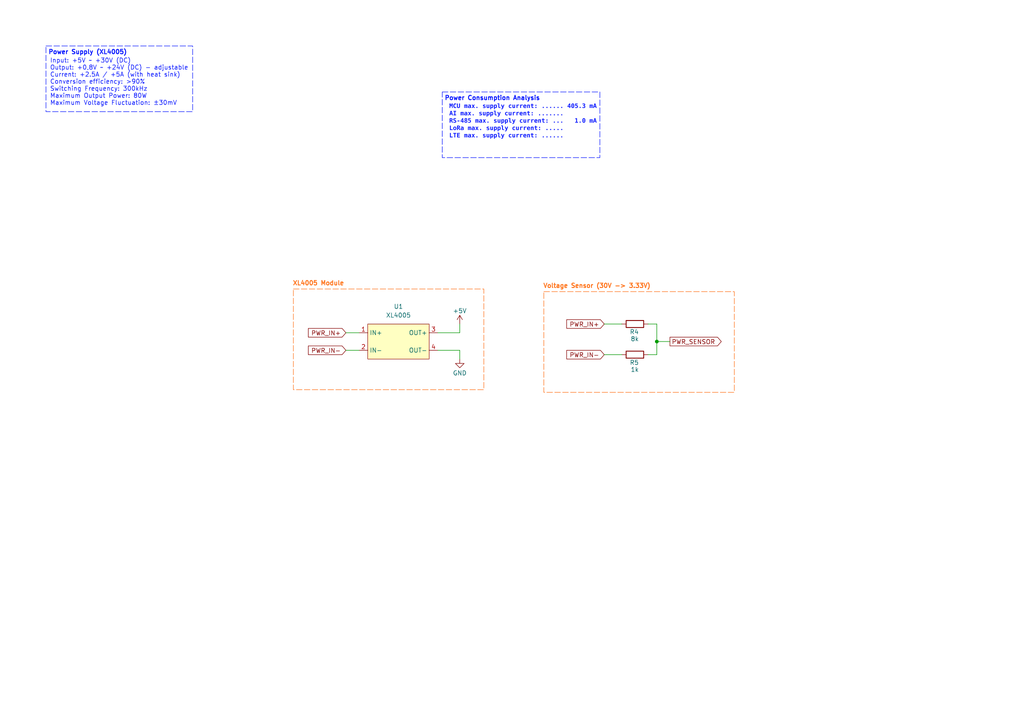
<source format=kicad_sch>
(kicad_sch (version 20250114) (generator "eeschema") (generator_version "9.0")
  (paper "A4")
  (title_block (title "ATL-100 (Multiparametric Station)") (date "2025-06-01") (rev "v0.2.0") (company "AgroTechLab (Agribusiness Technology Development Laboratory)") (comment 1 "IFSC (Federal Institute of Santa Catarina)") (comment 2 "Author: Robson Costa (robson.costa@ifsc.edu.br)") (comment 3 "Licensed under CC-BY-SA 4.0") (comment 4 "Power Supply (XL4005)"))
  (lib_symbols
    (symbol "AgroTechLab:XL4005"
      (property "Reference" "U" (at -8.382 6.096 0))
      (property "Value" "XL4005" (at 5.588 6.096 0))
      (symbol "XL4005_1_1"
        (rectangle (start -8.89 5.08) (end 8.89 -5.08) (fill (type background)))
        (pin power_in line (at -11.43 2.54 0) (length 2.54) (name "IN+") (number "1"))
        (pin power_in line (at -11.43 -2.54 0) (length 2.54) (name "IN-") (number "2"))
        (pin power_out line (at 11.43 2.54 180) (length 2.54) (name "OUT+") (number "3"))
        (pin power_out line (at 11.43 -2.54 180) (length 2.54) (name "OUT-") (number "4"))
      )
    )
    (symbol "Device:R" (pin_numbers (hide yes)) (pin_names (offset 0))
      (property "Reference" "R" (at 2.032 0 90))
      (property "Value" "R" (at 0 0 90))
      (symbol "R_0_1"
        (rectangle (start -1.016 -2.54) (end 1.016 2.54) (stroke (width 0.254)))
      )
      (symbol "R_1_1"
        (pin passive line (at 0 3.81 270) (length 1.27) (name "~") (number "1"))
        (pin passive line (at 0 -3.81 90) (length 1.27) (name "~") (number "2"))
      )
    )
    (symbol "power:+5V" (power) (pin_numbers (hide yes)) (pin_names (offset 0) (hide yes))
      (property "Value" "+5V" (at 0 3.556 0))
      (symbol "+5V_0_1"
        (polyline (pts (xy -0.762 1.27) (xy 0 2.54)))
        (polyline (pts (xy 0 2.54) (xy 0.762 1.27)))
        (polyline (pts (xy 0 0) (xy 0 2.54)))
      )
      (symbol "+5V_1_1"
        (pin power_in line (at 0 0 90) (length 0) (name "~") (number "1"))
      )
    )
    (symbol "power:GND" (power) (pin_numbers (hide yes)) (pin_names (offset 0) (hide yes))
      (property "Value" "GND" (at 0 -3.81 0))
      (symbol "GND_0_1"
        (polyline (pts (xy 0 0) (xy 0 -1.27) (xy 1.27 -1.27) (xy 0 -2.54) (xy -1.27 -1.27) (xy 0 -1.27)))
      )
      (symbol "GND_1_1"
        (pin power_in line (at 0 0 270) (length 0) (name "~") (number "1"))
      )
    )
  )
  (rectangle (start 157.734 84.582) (end 212.979 113.792) (stroke (width 0) (type dash) (color 255 114 26 1)))
  (rectangle (start 85.09 83.82) (end 140.335 113.03) (stroke (width 0) (type dash) (color 255 114 26 1)))
  (rectangle (start 13.335 13.335) (end 55.88 32.385) (stroke (width 0) (type dash) (color 9 23 255 1)))
  (rectangle (start 128.27 26.67) (end 173.99 45.72) (stroke (width 0) (type dash) (color 9 23 255 1)))
  (text "Voltage Sensor (30V -> 3.33V)" (at 157.48 83.82 0) (effects (font (size 1.27 1.27) (thickness 0.254) (bold yes)) (justify left bottom)))
  (text "XL4005 Module" (at 84.836 83.058 0) (effects (font (size 1.27 1.27) (thickness 0.254) (bold yes)) (justify left bottom)))
  (text "MCU max. supply current: ...... 405.3 mA\nAI max. supply current: .......\nRS-485 max. supply current: ...   1.0 mA\nLoRa max. supply current: .....\nLTE max. supply current: ......" (at 130.302 40.64 0) (effects (font (size 1.27 1.27) (bold yes)) (justify left bottom)))
  (text "Input: +5V ~ +30V (DC)\nOutput: +0,8V ~ +24V (DC) - adjustable\nCurrent: +2.5A / +5A (with heat sink)\nConversion efficiency: >90%\nSwitching Frequency: 300kHz\nMaximum Output Power: 80W\nMaximum Voltage Fluctuation: ±30mV" (at 14.478 30.734 0) (effects (font (size 1.27 1.27)) (justify left bottom)))
  (text "Power Consumption Analysis" (at 128.905 29.337 0) (effects (font (size 1.27 1.27) (thickness 0.254) (bold yes)) (justify left bottom)))
  (text "Power Supply (XL4005)" (at 13.97 16.002 0) (effects (font (size 1.27 1.27) (thickness 0.254) (bold yes)) (justify left bottom)))
  (junction (at 190.5 99.06))
  (wire (pts (xy 127 96.52) (xy 133.35 96.52)))
  (wire (pts (xy 187.96 102.87) (xy 190.5 102.87)))
  (wire (pts (xy 175.26 93.98) (xy 180.34 93.98)))
  (wire (pts (xy 190.5 99.06) (xy 190.5 93.98)))
  (wire (pts (xy 133.35 101.6) (xy 133.35 104.14)))
  (wire (pts (xy 175.26 102.87) (xy 180.34 102.87)))
  (wire (pts (xy 190.5 102.87) (xy 190.5 99.06)))
  (wire (pts (xy 127 101.6) (xy 133.35 101.6)))
  (wire (pts (xy 190.5 93.98) (xy 187.96 93.98)))
  (wire (pts (xy 133.35 96.52) (xy 133.35 93.98)))
  (wire (pts (xy 194.31 99.06) (xy 190.5 99.06)))
  (wire (pts (xy 100.33 96.52) (xy 104.14 96.52)))
  (wire (pts (xy 100.33 101.6) (xy 104.14 101.6)))
  (global_label "PWR_IN+" (shape input) (at 175.26 93.98 180) (property "Intersheetrefs" "${INTERSHEET_REFS}" (effects (hide yes))))
  (global_label "PWR_IN+" (shape input) (at 100.33 96.52 180) (property "Intersheetrefs" "${INTERSHEET_REFS}" (effects (hide yes))))
  (global_label "PWR_IN-" (shape input) (at 175.26 102.87 180) (property "Intersheetrefs" "${INTERSHEET_REFS}" (effects (hide yes))))
  (global_label "PWR_IN-" (shape input) (at 100.33 101.6 180) (property "Intersheetrefs" "${INTERSHEET_REFS}" (effects (hide yes))))
  (global_label "PWR_SENSOR" (shape output) (at 194.31 99.06 0) (property "Intersheetrefs" "${INTERSHEET_REFS}" (effects (hide yes))))
  (symbol (lib_id "power:+5V") (at 133.35 93.98 0) (unit 1)
    (property "Reference" "#PWR09" (effects (hide yes)))
    (property "Value" "+5V" (at 133.35 90.17 0))
    (property "Description" "Power symbol creates a global label with name \"+5V\"" (effects (hide yes)))
  )
  (symbol (lib_id "AgroTechLab:XL4005") (at 115.57 99.06 0) (unit 1)
    (property "Reference" "U1" (at 115.57 88.9 0))
    (property "Value" "XL4005" (at 115.57 91.44 0))
    (property "Footprint" "AgroTechLab:XL4005" (effects (hide yes)))
    (property "Datasheet" "kicad-embed://XL4005.pdf" (effects (hide yes)))
    (property "Description" "XL4005 Module" (effects (hide yes)))
    (property "Manufacturer" "Std" (effects (hide yes)))
    (property "Part Number" "Std" (effects (hide yes)))
  )
  (symbol (lib_id "Device:R") (at 184.15 93.98 270) (unit 1)
    (property "Reference" "R4" (at 182.626 96.266 90) (effects (justify left)))
    (property "Value" "8k" (at 182.88 98.298 90) (effects (justify left)))
    (property "Footprint" "Resistor_THT:R_Axial_DIN0207_L6.3mm_D2.5mm_P10.16mm_Horizontal" (effects (hide yes)))
    (property "Description" "Metal Film Resistor, 8kΩ, 1%, 1/2W" (effects (hide yes)))
    (property "Manufacturer" "Std" (effects (hide yes)))
    (property "Part Number" "Std" (effects (hide yes)))
  )
  (symbol (lib_id "Device:R") (at 184.15 102.87 270) (unit 1)
    (property "Reference" "R5" (at 182.626 105.156 90) (effects (justify left)))
    (property "Value" "1k" (at 182.88 107.188 90) (effects (justify left)))
    (property "Footprint" "Resistor_THT:R_Axial_DIN0207_L6.3mm_D2.5mm_P10.16mm_Horizontal" (effects (hide yes)))
    (property "Description" "Metal Film Resistor, 1kΩ, 1%, 1/2W" (effects (hide yes)))
    (property "Manufacturer" "Std" (effects (hide yes)))
    (property "Part Number" "Std" (effects (hide yes)))
  )
  (symbol (lib_id "power:GND") (at 133.35 104.14 0) (unit 1)
    (property "Reference" "#PWR010" (effects (hide yes)))
    (property "Value" "GND" (at 133.35 108.204 0))
    (property "Description" "Power symbol creates a global label with name \"GND\" , ground" (effects (hide yes)))
  )
)
</source>
